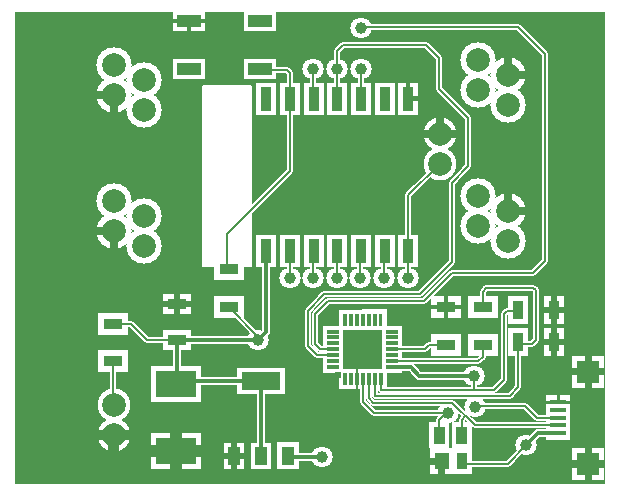
<source format=gtl>
%FSLAX34Y34*%
%MOMM*%
%LNCOPPER_TOP*%
G71*
G01*
%ADD10R, 2.15X1.20*%
%ADD11R, 2.70X2.70*%
%ADD12C, 3.00*%
%ADD13R, 1.70X2.80*%
%ADD14R, 1.80X1.10*%
%ADD15R, 1.10X1.80*%
%ADD16C, 0.00*%
%ADD17R, 1.67X2.40*%
%ADD18R, 2.60X1.90*%
%ADD19C, 0.55*%
%ADD20C, 1.80*%
%ADD21C, 0.70*%
%ADD22R, 2.00X2.20*%
%ADD23R, 1.70X2.20*%
%ADD24R, 4.23X3.02*%
%ADD25R, 1.80X2.30*%
%ADD26R, 4.10X2.30*%
%ADD27R, 2.40X1.67*%
%ADD28C, 2.80*%
%ADD29R, 2.80X1.80*%
%ADD30C, 0.15*%
%ADD31C, 0.25*%
%ADD32C, 0.63*%
%ADD33C, 0.67*%
%ADD34C, 0.39*%
%ADD35C, 0.20*%
%ADD36C, 0.50*%
%ADD37C, 0.35*%
%ADD38C, 0.60*%
%ADD39C, 1.01*%
%ADD40C, 0.50*%
%ADD41C, 0.87*%
%ADD42C, 0.33*%
%ADD43R, 1.35X0.40*%
%ADD44R, 1.90X1.90*%
%ADD45C, 2.00*%
%ADD46R, 0.90X2.00*%
%ADD47R, 1.00X0.30*%
%ADD48R, 0.30X1.00*%
%ADD49R, 0.87X1.60*%
%ADD50R, 1.60X0.90*%
%ADD51C, 1.00*%
%ADD52C, 0.30*%
%ADD53R, 1.20X1.40*%
%ADD54R, 0.90X1.40*%
%ADD55R, 3.43X2.22*%
%ADD56R, 1.00X1.50*%
%ADD57R, 3.30X1.50*%
%ADD58R, 1.60X0.87*%
%ADD59R, 2.00X1.00*%
%LPD*%
G36*
X0Y500000D02*
X500000Y500000D01*
X500000Y100000D01*
X0Y100000D01*
X0Y500000D01*
G37*
%LPC*%
X460000Y143200D02*
G54D10*
D03*
X460000Y149700D02*
G54D10*
D03*
X460000Y156200D02*
G54D10*
D03*
X460000Y162700D02*
G54D10*
D03*
X460000Y169200D02*
G54D10*
D03*
X485500Y117200D02*
G54D11*
D03*
X485500Y195200D02*
G54D11*
D03*
X84000Y455000D02*
G54D12*
D03*
X84000Y429600D02*
G54D12*
D03*
X109400Y442300D02*
G54D12*
D03*
X109400Y416900D02*
G54D12*
D03*
X84000Y340000D02*
G54D12*
D03*
X84000Y314600D02*
G54D12*
D03*
X109400Y327300D02*
G54D12*
D03*
X109400Y301900D02*
G54D12*
D03*
X417600Y306000D02*
G54D12*
D03*
X417600Y331400D02*
G54D12*
D03*
X392200Y318700D02*
G54D12*
D03*
X392200Y344100D02*
G54D12*
D03*
X417600Y421000D02*
G54D12*
D03*
X417600Y446400D02*
G54D12*
D03*
X392200Y433700D02*
G54D12*
D03*
X392200Y459100D02*
G54D12*
D03*
X213000Y297500D02*
G54D13*
D03*
X213000Y426500D02*
G54D13*
D03*
X233000Y297500D02*
G54D13*
D03*
X233000Y426500D02*
G54D13*
D03*
X253000Y297500D02*
G54D13*
D03*
X253000Y426500D02*
G54D13*
D03*
X273000Y297500D02*
G54D13*
D03*
X273000Y426500D02*
G54D13*
D03*
X293000Y297500D02*
G54D13*
D03*
X293000Y426500D02*
G54D13*
D03*
X313000Y297500D02*
G54D13*
D03*
X313000Y426500D02*
G54D13*
D03*
X333000Y297500D02*
G54D13*
D03*
X333000Y426500D02*
G54D13*
D03*
X319709Y199242D02*
G54D14*
D03*
X269709Y199242D02*
G54D14*
D03*
X319708Y204242D02*
G54D14*
D03*
X269709Y204242D02*
G54D14*
D03*
X319708Y209242D02*
G54D14*
D03*
X269709Y209242D02*
G54D14*
D03*
X319709Y214242D02*
G54D14*
D03*
X269709Y214242D02*
G54D14*
D03*
X319709Y219242D02*
G54D14*
D03*
X269709Y219242D02*
G54D14*
D03*
X319708Y224242D02*
G54D14*
D03*
X269709Y224242D02*
G54D14*
D03*
X319709Y229242D02*
G54D14*
D03*
X269708Y229242D02*
G54D14*
D03*
X309708Y189242D02*
G54D15*
D03*
G36*
X304208Y248242D02*
X315208Y248242D01*
X315209Y230242D01*
X304209Y230242D01*
X304208Y248242D01*
G37*
X304709Y189242D02*
G54D15*
D03*
X304708Y239242D02*
G54D15*
D03*
X299708Y189242D02*
G54D15*
D03*
G36*
X294208Y248242D02*
X305208Y248242D01*
X305209Y230242D01*
X294209Y230242D01*
X294208Y248242D01*
G37*
X294709Y189242D02*
G54D15*
D03*
X294709Y239242D02*
G54D15*
D03*
X289710Y189240D02*
G54D15*
D03*
X289708Y239242D02*
G54D15*
D03*
X284708Y189242D02*
G54D15*
D03*
X284708Y239242D02*
G54D15*
D03*
X279708Y189242D02*
G54D15*
D03*
X279708Y239242D02*
G54D15*
D03*
G36*
X279709Y199242D02*
X279708Y229242D01*
X309709Y229242D01*
X309708Y199242D01*
X279709Y199242D01*
G37*
G54D16*
X279709Y199242D02*
X279708Y229242D01*
X309709Y229242D01*
X309708Y199242D01*
X279709Y199242D01*
G36*
X271208Y190742D02*
X271208Y194742D01*
X275209Y194742D01*
X275209Y190742D01*
X271208Y190742D01*
G37*
G54D16*
X271208Y190742D02*
X271208Y194742D01*
X275209Y194742D01*
X275209Y190742D01*
X271208Y190742D01*
X456100Y247855D02*
G54D17*
D03*
X425705Y247850D02*
G54D17*
D03*
X456400Y220155D02*
G54D17*
D03*
X426005Y220150D02*
G54D17*
D03*
X181000Y282000D02*
G54D18*
D03*
X181000Y250000D02*
G54D18*
D03*
X396000Y250000D02*
G54D18*
D03*
X396000Y218000D02*
G54D18*
D03*
G54D19*
X304709Y189242D02*
X304709Y175291D01*
X305000Y175000D01*
X419000Y175000D01*
X426000Y182000D01*
X426000Y220145D01*
X426005Y220150D01*
G54D19*
X309708Y189242D02*
X309708Y180292D01*
X310000Y180000D01*
X406000Y180000D01*
X414000Y188000D01*
X414000Y244000D01*
X417000Y247000D01*
X424855Y247000D01*
X425705Y247850D01*
X365000Y250000D02*
G54D18*
D03*
X365000Y218000D02*
G54D18*
D03*
G54D19*
X319708Y204242D02*
X392242Y204242D01*
X396000Y208000D01*
X396000Y218000D01*
G54D19*
X396000Y250000D02*
X396000Y263000D01*
X399000Y266000D01*
X439000Y266000D01*
X441000Y264000D01*
X441000Y222000D01*
X438000Y219000D01*
X427155Y219000D01*
X426005Y220150D01*
G54D19*
X319709Y214242D02*
X347242Y214242D01*
X351000Y218000D01*
X365000Y218000D01*
X389000Y192000D02*
G54D20*
D03*
G54D21*
X389000Y192000D02*
X342000Y192000D01*
X335000Y199000D01*
X319950Y199000D01*
X319709Y199242D01*
X433000Y133000D02*
G54D20*
D03*
G54D21*
X460000Y143200D02*
X443200Y143200D01*
X433000Y133000D01*
X389500Y165500D02*
G54D20*
D03*
G54D19*
X460000Y156200D02*
X441800Y156200D01*
X432000Y166000D01*
X390000Y166000D01*
X389500Y165500D01*
G54D19*
X460000Y149700D02*
X389500Y149700D01*
X370200Y169000D01*
X303500Y169000D01*
X299500Y173000D01*
X299500Y189033D01*
X299708Y189242D01*
X367000Y160200D02*
G54D20*
D03*
G54D19*
X367000Y160200D02*
X303800Y160200D01*
X294500Y169500D01*
X294500Y189033D01*
X294709Y189242D01*
X361300Y119400D02*
G54D22*
D03*
G36*
X350800Y152400D02*
X367800Y152400D01*
X367800Y130400D01*
X350800Y130400D01*
X350800Y152400D01*
G37*
X378300Y119400D02*
G54D23*
D03*
G36*
X369800Y152400D02*
X386800Y152400D01*
X386800Y130400D01*
X369800Y130400D01*
X369800Y152400D01*
G37*
G54D19*
X367000Y160200D02*
X365300Y160200D01*
X359400Y154300D01*
X359400Y141500D01*
X359300Y141400D01*
G54D19*
X378300Y141400D02*
X378300Y154400D01*
X381400Y157500D01*
G54D19*
X433000Y133000D02*
X417300Y117300D01*
X380400Y117300D01*
X378300Y119400D01*
X292800Y486100D02*
G54D20*
D03*
X293000Y451800D02*
G54D20*
D03*
X272800Y451900D02*
G54D20*
D03*
G54D19*
X293000Y451800D02*
X293000Y426500D01*
G54D19*
X272800Y451900D02*
X272800Y426700D01*
X273000Y426500D01*
X136694Y184872D02*
G54D24*
D03*
X136690Y127868D02*
G54D24*
D03*
X185310Y124056D02*
G54D25*
D03*
X208310Y124056D02*
G54D25*
D03*
G36*
X222310Y135556D02*
X240310Y135556D01*
X240310Y112556D01*
X222310Y112556D01*
X222310Y135556D01*
G37*
X208310Y187056D02*
G54D26*
D03*
X137389Y252272D02*
G54D27*
D03*
X137394Y221877D02*
G54D27*
D03*
X260000Y123000D02*
G54D20*
D03*
G54D21*
X260000Y123000D02*
X232366Y123000D01*
X231310Y124056D01*
G54D21*
X208310Y124056D02*
X208310Y187056D01*
G54D21*
X208310Y187056D02*
X138878Y187056D01*
X136694Y184872D01*
G54D21*
X213000Y297500D02*
X213000Y229000D01*
X206000Y222000D01*
X137517Y222000D01*
X137394Y221877D01*
X137394Y185572D01*
X136694Y184872D01*
X83610Y141390D02*
G54D28*
D03*
X83614Y166786D02*
G54D28*
D03*
X83000Y236000D02*
G54D18*
D03*
X83000Y204000D02*
G54D18*
D03*
G54D19*
X137394Y221877D02*
X112123Y221877D01*
X98000Y236000D01*
X83000Y236000D01*
G54D19*
X83000Y204000D02*
X83000Y167399D01*
X83614Y166786D01*
X359700Y396700D02*
G54D28*
D03*
X359700Y371300D02*
G54D28*
D03*
X332600Y274400D02*
G54D20*
D03*
X312600Y274400D02*
G54D20*
D03*
X292600Y274400D02*
G54D20*
D03*
X272600Y274400D02*
G54D20*
D03*
X252600Y274400D02*
G54D20*
D03*
X232600Y274400D02*
G54D20*
D03*
G54D19*
X332600Y274400D02*
X332600Y297100D01*
X333000Y297500D01*
G54D19*
X312600Y274400D02*
X312600Y297100D01*
X313000Y297500D01*
G54D19*
X292600Y274400D02*
X292600Y297100D01*
X293000Y297500D01*
G54D19*
X272600Y274400D02*
X272600Y297100D01*
X273000Y297500D01*
G54D19*
X252600Y274400D02*
X252600Y297100D01*
X253000Y297500D01*
G54D19*
X232600Y274400D02*
X232600Y297100D01*
X233000Y297500D01*
X206000Y222000D02*
G54D20*
D03*
X147700Y491900D02*
G54D29*
D03*
X207700Y491900D02*
G54D29*
D03*
X147700Y451900D02*
G54D29*
D03*
X207700Y451900D02*
G54D29*
D03*
G54D19*
X233000Y426500D02*
X233000Y448000D01*
X230000Y451000D01*
X208600Y451000D01*
X207700Y451900D01*
G54D19*
X233000Y426500D02*
X233000Y365000D01*
X180000Y312000D01*
X180000Y283000D01*
X181000Y282000D01*
G54D19*
X206000Y222000D02*
X206000Y225000D01*
X181000Y250000D01*
X252800Y451900D02*
G54D20*
D03*
G54D19*
X252800Y451900D02*
X252800Y426700D01*
X253000Y426500D01*
G54D19*
X333000Y297500D02*
X333000Y344600D01*
X359700Y371300D01*
G54D19*
X269709Y209242D02*
X255758Y209242D01*
X248000Y217000D01*
X248000Y247000D01*
X262000Y261000D01*
X343000Y261000D01*
X370000Y288000D01*
X370000Y355000D01*
X384000Y369000D01*
X384000Y410000D01*
X359000Y435000D01*
X359000Y461000D01*
X348000Y472000D01*
X278000Y472000D01*
X273000Y467000D01*
X273000Y452100D01*
X272800Y451900D01*
G54D19*
X269709Y214242D02*
X258758Y214242D01*
X254000Y219000D01*
X254000Y244000D01*
X265000Y255000D01*
X346000Y255000D01*
X370000Y279000D01*
X439000Y279000D01*
X449000Y289000D01*
X449000Y464000D01*
X426000Y487000D01*
X293700Y487000D01*
X292800Y486100D01*
G54D19*
X389000Y192000D02*
X389000Y180000D01*
G36*
X159000Y437000D02*
X200000Y437000D01*
X200000Y285000D01*
X159000Y285000D01*
X159000Y437000D01*
G37*
G54D30*
X159000Y437000D02*
X200000Y437000D01*
X200000Y285000D01*
X159000Y285000D01*
X159000Y437000D01*
%LPD*%
G54D31*
G36*
X460000Y167960D02*
X448750Y167960D01*
X448750Y170440D01*
X460000Y170440D01*
X460000Y167960D01*
G37*
G36*
X458760Y169200D02*
X458760Y175700D01*
X461240Y175700D01*
X461240Y169200D01*
X458760Y169200D01*
G37*
G36*
X460000Y170440D02*
X471250Y170440D01*
X471250Y167960D01*
X460000Y167960D01*
X460000Y170440D01*
G37*
G54D32*
G36*
X485500Y114034D02*
X471500Y114034D01*
X471500Y120366D01*
X485500Y120366D01*
X485500Y114034D01*
G37*
G36*
X482334Y117200D02*
X482334Y131200D01*
X488666Y131200D01*
X488666Y117200D01*
X482334Y117200D01*
G37*
G36*
X485500Y120366D02*
X499500Y120366D01*
X499500Y114034D01*
X485500Y114034D01*
X485500Y120366D01*
G37*
G36*
X488666Y117200D02*
X488666Y103200D01*
X482334Y103200D01*
X482334Y117200D01*
X488666Y117200D01*
G37*
G54D32*
G36*
X485500Y192034D02*
X471500Y192034D01*
X471500Y198366D01*
X485500Y198366D01*
X485500Y192034D01*
G37*
G36*
X482334Y195200D02*
X482334Y209200D01*
X488666Y209200D01*
X488666Y195200D01*
X482334Y195200D01*
G37*
G36*
X485500Y198366D02*
X499500Y198366D01*
X499500Y192034D01*
X485500Y192034D01*
X485500Y198366D01*
G37*
G36*
X488666Y195200D02*
X488666Y181200D01*
X482334Y181200D01*
X482334Y195200D01*
X488666Y195200D01*
G37*
G54D33*
G36*
X87333Y429600D02*
X87333Y414100D01*
X80667Y414100D01*
X80667Y429600D01*
X87333Y429600D01*
G37*
G36*
X84000Y426267D02*
X68500Y426267D01*
X68500Y432933D01*
X84000Y432933D01*
X84000Y426267D01*
G37*
G54D33*
G36*
X87333Y314600D02*
X87333Y299100D01*
X80667Y299100D01*
X80667Y314600D01*
X87333Y314600D01*
G37*
G36*
X84000Y311267D02*
X68500Y311267D01*
X68500Y317933D01*
X84000Y317933D01*
X84000Y311267D01*
G37*
G54D33*
G36*
X414267Y331400D02*
X414267Y346900D01*
X420933Y346900D01*
X420933Y331400D01*
X414267Y331400D01*
G37*
G36*
X417600Y334733D02*
X433100Y334733D01*
X433100Y328067D01*
X417600Y328067D01*
X417600Y334733D01*
G37*
G54D33*
G36*
X414267Y446400D02*
X414267Y461900D01*
X420933Y461900D01*
X420933Y446400D01*
X414267Y446400D01*
G37*
G36*
X417600Y449733D02*
X433100Y449733D01*
X433100Y443067D01*
X417600Y443067D01*
X417600Y449733D01*
G37*
G54D34*
G36*
X331050Y426500D02*
X331050Y441000D01*
X334950Y441000D01*
X334950Y426500D01*
X331050Y426500D01*
G37*
G36*
X333000Y428450D02*
X342000Y428450D01*
X342000Y424550D01*
X333000Y424550D01*
X333000Y428450D01*
G37*
G54D35*
G36*
X288710Y189240D02*
X288710Y198740D01*
X290710Y198740D01*
X290710Y189240D01*
X288710Y189240D01*
G37*
G36*
X290710Y189240D02*
X290710Y179740D01*
X288710Y179740D01*
X288710Y189240D01*
X290710Y189240D01*
G37*
G54D36*
G36*
X458608Y247855D02*
X458608Y235355D01*
X453592Y235355D01*
X453592Y247855D01*
X458608Y247855D01*
G37*
G36*
X456100Y245346D02*
X447250Y245346D01*
X447250Y250364D01*
X456100Y250364D01*
X456100Y245346D01*
G37*
G36*
X453592Y247855D02*
X453592Y260355D01*
X458608Y260355D01*
X458608Y247855D01*
X453592Y247855D01*
G37*
G36*
X456100Y250364D02*
X464950Y250364D01*
X464950Y245346D01*
X456100Y245346D01*
X456100Y250364D01*
G37*
G54D36*
G36*
X458908Y220155D02*
X458908Y207655D01*
X453892Y207655D01*
X453892Y220155D01*
X458908Y220155D01*
G37*
G36*
X456400Y217646D02*
X447550Y217646D01*
X447550Y222664D01*
X456400Y222664D01*
X456400Y217646D01*
G37*
G36*
X453892Y220155D02*
X453892Y232655D01*
X458908Y232655D01*
X458908Y220155D01*
X453892Y220155D01*
G37*
G36*
X456400Y222664D02*
X465250Y222664D01*
X465250Y217646D01*
X456400Y217646D01*
X456400Y222664D01*
G37*
G54D37*
G36*
X365000Y251725D02*
X378500Y251725D01*
X378500Y248275D01*
X365000Y248275D01*
X365000Y251725D01*
G37*
G36*
X366725Y250000D02*
X366725Y240000D01*
X363275Y240000D01*
X363275Y250000D01*
X366725Y250000D01*
G37*
G36*
X365000Y248275D02*
X351500Y248275D01*
X351500Y251725D01*
X365000Y251725D01*
X365000Y248275D01*
G37*
G36*
X363275Y250000D02*
X363275Y260000D01*
X366725Y260000D01*
X366725Y250000D01*
X363275Y250000D01*
G37*
G54D38*
G36*
X364300Y119400D02*
X364300Y107900D01*
X358300Y107900D01*
X358300Y119400D01*
X364300Y119400D01*
G37*
G36*
X361300Y116400D02*
X350800Y116400D01*
X350800Y122400D01*
X361300Y122400D01*
X361300Y116400D01*
G37*
G54D39*
G36*
X136690Y122836D02*
X115040Y122836D01*
X115040Y132900D01*
X136690Y132900D01*
X136690Y122836D01*
G37*
G36*
X131658Y127868D02*
X131658Y143468D01*
X141722Y143468D01*
X141722Y127868D01*
X131658Y127868D01*
G37*
G36*
X136690Y132900D02*
X158340Y132900D01*
X158340Y122836D01*
X136690Y122836D01*
X136690Y132900D01*
G37*
G36*
X141722Y127868D02*
X141722Y112268D01*
X131658Y112268D01*
X131658Y127868D01*
X141722Y127868D01*
G37*
G54D40*
G36*
X182826Y124056D02*
X182826Y136056D01*
X187794Y136056D01*
X187794Y124056D01*
X182826Y124056D01*
G37*
G36*
X185310Y126540D02*
X194810Y126540D01*
X194810Y121573D01*
X185310Y121573D01*
X185310Y126540D01*
G37*
G36*
X187794Y124056D02*
X187794Y112056D01*
X182826Y112056D01*
X182826Y124056D01*
X187794Y124056D01*
G37*
G36*
X185310Y121573D02*
X175810Y121573D01*
X175810Y126540D01*
X185310Y126540D01*
X185310Y121573D01*
G37*
G54D36*
G36*
X137389Y254780D02*
X149889Y254780D01*
X149889Y249763D01*
X137389Y249763D01*
X137389Y254780D01*
G37*
G36*
X139898Y252272D02*
X139898Y243422D01*
X134881Y243422D01*
X134881Y252272D01*
X139898Y252272D01*
G37*
G36*
X137389Y249763D02*
X124889Y249763D01*
X124889Y254780D01*
X137389Y254780D01*
X137389Y249763D01*
G37*
G36*
X134881Y252272D02*
X134881Y261122D01*
X139898Y261122D01*
X139898Y252272D01*
X134881Y252272D01*
G37*
G54D41*
G36*
X83610Y137057D02*
X69110Y137057D01*
X69110Y145723D01*
X83610Y145723D01*
X83610Y137057D01*
G37*
G36*
X83610Y145723D02*
X98110Y145723D01*
X98110Y137057D01*
X83610Y137057D01*
X83610Y145723D01*
G37*
G36*
X87943Y141390D02*
X87943Y126890D01*
X79277Y126890D01*
X79277Y141390D01*
X87943Y141390D01*
G37*
G54D33*
G36*
X359700Y400033D02*
X374200Y400033D01*
X374200Y393367D01*
X359700Y393367D01*
X359700Y400033D01*
G37*
G36*
X359700Y393367D02*
X345200Y393367D01*
X345200Y400033D01*
X359700Y400033D01*
X359700Y393367D01*
G37*
G36*
X356367Y396700D02*
X356367Y411200D01*
X363033Y411200D01*
X363033Y396700D01*
X356367Y396700D01*
G37*
G54D42*
G36*
X147700Y493566D02*
X162200Y493566D01*
X162200Y490234D01*
X147700Y490234D01*
X147700Y493566D01*
G37*
G36*
X149366Y491900D02*
X149366Y482400D01*
X146034Y482400D01*
X146034Y491900D01*
X149366Y491900D01*
G37*
G36*
X147700Y490234D02*
X133200Y490234D01*
X133200Y493566D01*
X147700Y493566D01*
X147700Y490234D01*
G37*
X460000Y143200D02*
G54D43*
D03*
X460000Y149700D02*
G54D43*
D03*
X460000Y156200D02*
G54D43*
D03*
X460000Y162700D02*
G54D43*
D03*
X460000Y169200D02*
G54D43*
D03*
X485500Y117200D02*
G54D44*
D03*
X485500Y195200D02*
G54D44*
D03*
X84000Y455000D02*
G54D45*
D03*
X84000Y429600D02*
G54D45*
D03*
X109400Y442300D02*
G54D45*
D03*
X109400Y416900D02*
G54D45*
D03*
X84000Y340000D02*
G54D45*
D03*
X84000Y314600D02*
G54D45*
D03*
X109400Y327300D02*
G54D45*
D03*
X109400Y301900D02*
G54D45*
D03*
X417600Y306000D02*
G54D45*
D03*
X417600Y331400D02*
G54D45*
D03*
X392200Y318700D02*
G54D45*
D03*
X392200Y344100D02*
G54D45*
D03*
X417600Y421000D02*
G54D45*
D03*
X417600Y446400D02*
G54D45*
D03*
X392200Y433700D02*
G54D45*
D03*
X392200Y459100D02*
G54D45*
D03*
X213000Y297500D02*
G54D46*
D03*
X213000Y426500D02*
G54D46*
D03*
X233000Y297500D02*
G54D46*
D03*
X233000Y426500D02*
G54D46*
D03*
X253000Y297500D02*
G54D46*
D03*
X253000Y426500D02*
G54D46*
D03*
X273000Y297500D02*
G54D46*
D03*
X273000Y426500D02*
G54D46*
D03*
X293000Y297500D02*
G54D46*
D03*
X293000Y426500D02*
G54D46*
D03*
X313000Y297500D02*
G54D46*
D03*
X313000Y426500D02*
G54D46*
D03*
X333000Y297500D02*
G54D46*
D03*
X333000Y426500D02*
G54D46*
D03*
X319709Y199242D02*
G54D47*
D03*
X269709Y199242D02*
G54D47*
D03*
X319708Y204242D02*
G54D47*
D03*
X269709Y204242D02*
G54D47*
D03*
X319708Y209242D02*
G54D47*
D03*
X269709Y209242D02*
G54D47*
D03*
X319709Y214242D02*
G54D47*
D03*
X269709Y214242D02*
G54D47*
D03*
X319709Y219242D02*
G54D47*
D03*
X269709Y219242D02*
G54D47*
D03*
X319708Y224242D02*
G54D47*
D03*
X269709Y224242D02*
G54D47*
D03*
X319709Y229242D02*
G54D47*
D03*
X269708Y229242D02*
G54D47*
D03*
X309708Y189242D02*
G54D48*
D03*
G36*
X308208Y244242D02*
X311208Y244242D01*
X311209Y234242D01*
X308209Y234242D01*
X308208Y244242D01*
G37*
X304709Y189242D02*
G54D48*
D03*
X304708Y239242D02*
G54D48*
D03*
X299708Y189242D02*
G54D48*
D03*
G36*
X298208Y244242D02*
X301208Y244242D01*
X301209Y234242D01*
X298209Y234242D01*
X298208Y244242D01*
G37*
X294709Y189242D02*
G54D48*
D03*
X294709Y239242D02*
G54D48*
D03*
X289710Y189240D02*
G54D48*
D03*
X289708Y239242D02*
G54D48*
D03*
X284708Y189242D02*
G54D48*
D03*
X284708Y239242D02*
G54D48*
D03*
X279708Y189242D02*
G54D48*
D03*
X279708Y239242D02*
G54D48*
D03*
G36*
X279709Y199242D02*
X279708Y229242D01*
X309709Y229242D01*
X309708Y199242D01*
X279709Y199242D01*
G37*
G54D16*
X279709Y199242D02*
X279708Y229242D01*
X309709Y229242D01*
X309708Y199242D01*
X279709Y199242D01*
G36*
X271208Y190742D02*
X271208Y194742D01*
X275209Y194742D01*
X275209Y190742D01*
X271208Y190742D01*
G37*
G54D16*
X271208Y190742D02*
X271208Y194742D01*
X275209Y194742D01*
X275209Y190742D01*
X271208Y190742D01*
X456100Y247855D02*
G54D49*
D03*
X425705Y247850D02*
G54D49*
D03*
X456400Y220155D02*
G54D49*
D03*
X426005Y220150D02*
G54D49*
D03*
X181000Y282000D02*
G54D50*
D03*
X181000Y250000D02*
G54D50*
D03*
X396000Y250000D02*
G54D50*
D03*
X396000Y218000D02*
G54D50*
D03*
G54D30*
X304709Y189242D02*
X304709Y175291D01*
X305000Y175000D01*
X419000Y175000D01*
X426000Y182000D01*
X426000Y220145D01*
X426005Y220150D01*
G54D30*
X309708Y189242D02*
X309708Y180292D01*
X310000Y180000D01*
X406000Y180000D01*
X414000Y188000D01*
X414000Y244000D01*
X417000Y247000D01*
X424855Y247000D01*
X425705Y247850D01*
X365000Y250000D02*
G54D50*
D03*
X365000Y218000D02*
G54D50*
D03*
G54D30*
X319708Y204242D02*
X392242Y204242D01*
X396000Y208000D01*
X396000Y218000D01*
G54D30*
X396000Y250000D02*
X396000Y263000D01*
X399000Y266000D01*
X439000Y266000D01*
X441000Y264000D01*
X441000Y222000D01*
X438000Y219000D01*
X427155Y219000D01*
X426005Y220150D01*
G54D30*
X319709Y214242D02*
X347242Y214242D01*
X351000Y218000D01*
X365000Y218000D01*
X389000Y192000D02*
G54D51*
D03*
G54D52*
X389000Y192000D02*
X342000Y192000D01*
X335000Y199000D01*
X319950Y199000D01*
X319709Y199242D01*
X433000Y133000D02*
G54D51*
D03*
G54D52*
X460000Y143200D02*
X443200Y143200D01*
X433000Y133000D01*
X389500Y165500D02*
G54D51*
D03*
G54D30*
X460000Y156200D02*
X441800Y156200D01*
X432000Y166000D01*
X390000Y166000D01*
X389500Y165500D01*
G54D30*
X460000Y149700D02*
X389500Y149700D01*
X370200Y169000D01*
X303500Y169000D01*
X299500Y173000D01*
X299500Y189033D01*
X299708Y189242D01*
X367000Y160200D02*
G54D51*
D03*
G54D30*
X367000Y160200D02*
X303800Y160200D01*
X294500Y169500D01*
X294500Y189033D01*
X294709Y189242D01*
X361300Y119400D02*
G54D53*
D03*
G36*
X354800Y148400D02*
X363800Y148400D01*
X363800Y134400D01*
X354800Y134400D01*
X354800Y148400D01*
G37*
X378300Y119400D02*
G54D54*
D03*
G36*
X373800Y148400D02*
X382800Y148400D01*
X382800Y134400D01*
X373800Y134400D01*
X373800Y148400D01*
G37*
G54D30*
X367000Y160200D02*
X365300Y160200D01*
X359400Y154300D01*
X359400Y141500D01*
X359300Y141400D01*
G54D30*
X378300Y141400D02*
X378300Y154400D01*
X381400Y157500D01*
G54D30*
X433000Y133000D02*
X417300Y117300D01*
X380400Y117300D01*
X378300Y119400D01*
X292800Y486100D02*
G54D51*
D03*
X293000Y451800D02*
G54D51*
D03*
X272800Y451900D02*
G54D51*
D03*
G54D30*
X293000Y451800D02*
X293000Y426500D01*
G54D30*
X272800Y451900D02*
X272800Y426700D01*
X273000Y426500D01*
X136694Y184872D02*
G54D55*
D03*
X136690Y127868D02*
G54D55*
D03*
X185310Y124056D02*
G54D56*
D03*
X208310Y124056D02*
G54D56*
D03*
G36*
X226310Y131556D02*
X236310Y131556D01*
X236310Y116556D01*
X226310Y116556D01*
X226310Y131556D01*
G37*
X208310Y187056D02*
G54D57*
D03*
X137389Y252272D02*
G54D58*
D03*
X137394Y221877D02*
G54D58*
D03*
X260000Y123000D02*
G54D51*
D03*
G54D52*
X260000Y123000D02*
X232366Y123000D01*
X231310Y124056D01*
G54D52*
X208310Y124056D02*
X208310Y187056D01*
G54D52*
X208310Y187056D02*
X138878Y187056D01*
X136694Y184872D01*
G54D52*
X213000Y297500D02*
X213000Y229000D01*
X206000Y222000D01*
X137517Y222000D01*
X137394Y221877D01*
X137394Y185572D01*
X136694Y184872D01*
X83610Y141390D02*
G54D45*
D03*
X83614Y166786D02*
G54D45*
D03*
X83000Y236000D02*
G54D50*
D03*
X83000Y204000D02*
G54D50*
D03*
G54D30*
X137394Y221877D02*
X112123Y221877D01*
X98000Y236000D01*
X83000Y236000D01*
G54D30*
X83000Y204000D02*
X83000Y167399D01*
X83614Y166786D01*
X359700Y396700D02*
G54D45*
D03*
X359700Y371300D02*
G54D45*
D03*
X332600Y274400D02*
G54D51*
D03*
X312600Y274400D02*
G54D51*
D03*
X292600Y274400D02*
G54D51*
D03*
X272600Y274400D02*
G54D51*
D03*
X252600Y274400D02*
G54D51*
D03*
X232600Y274400D02*
G54D51*
D03*
G54D30*
X332600Y274400D02*
X332600Y297100D01*
X333000Y297500D01*
G54D30*
X312600Y274400D02*
X312600Y297100D01*
X313000Y297500D01*
G54D30*
X292600Y274400D02*
X292600Y297100D01*
X293000Y297500D01*
G54D30*
X272600Y274400D02*
X272600Y297100D01*
X273000Y297500D01*
G54D30*
X252600Y274400D02*
X252600Y297100D01*
X253000Y297500D01*
G54D30*
X232600Y274400D02*
X232600Y297100D01*
X233000Y297500D01*
X206000Y222000D02*
G54D51*
D03*
X147700Y491900D02*
G54D59*
D03*
X207700Y491900D02*
G54D59*
D03*
X147700Y451900D02*
G54D59*
D03*
X207700Y451900D02*
G54D59*
D03*
G54D30*
X233000Y426500D02*
X233000Y448000D01*
X230000Y451000D01*
X208600Y451000D01*
X207700Y451900D01*
G54D30*
X233000Y426500D02*
X233000Y365000D01*
X180000Y312000D01*
X180000Y283000D01*
X181000Y282000D01*
G54D30*
X206000Y222000D02*
X206000Y225000D01*
X181000Y250000D01*
X252800Y451900D02*
G54D51*
D03*
G54D30*
X252800Y451900D02*
X252800Y426700D01*
X253000Y426500D01*
G54D30*
X333000Y297500D02*
X333000Y344600D01*
X359700Y371300D01*
G54D30*
X269709Y209242D02*
X255758Y209242D01*
X248000Y217000D01*
X248000Y247000D01*
X262000Y261000D01*
X343000Y261000D01*
X370000Y288000D01*
X370000Y355000D01*
X384000Y369000D01*
X384000Y410000D01*
X359000Y435000D01*
X359000Y461000D01*
X348000Y472000D01*
X278000Y472000D01*
X273000Y467000D01*
X273000Y452100D01*
X272800Y451900D01*
G54D30*
X269709Y214242D02*
X258758Y214242D01*
X254000Y219000D01*
X254000Y244000D01*
X265000Y255000D01*
X346000Y255000D01*
X370000Y279000D01*
X439000Y279000D01*
X449000Y289000D01*
X449000Y464000D01*
X426000Y487000D01*
X293700Y487000D01*
X292800Y486100D01*
G54D30*
X389000Y192000D02*
X389000Y180000D01*
M02*

</source>
